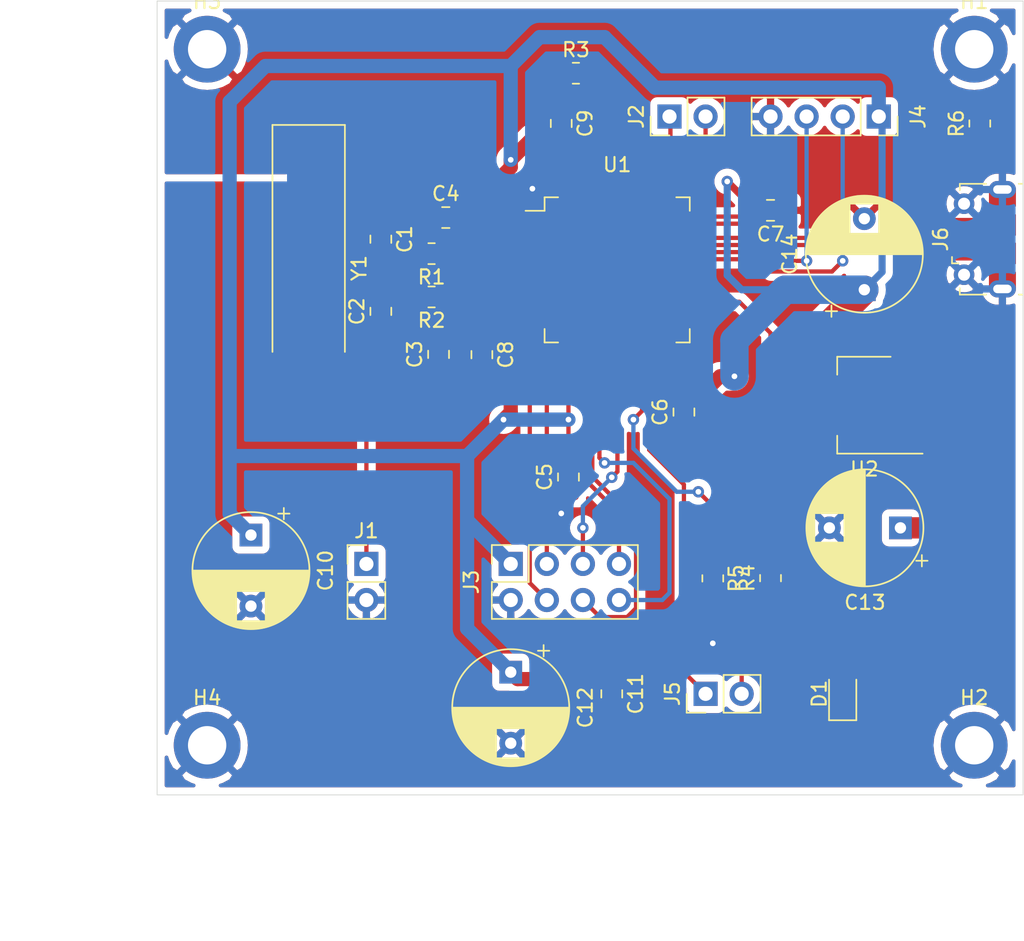
<source format=kicad_pcb>
(kicad_pcb (version 20171130) (host pcbnew 5.1.9-73d0e3b20d~88~ubuntu18.04.1)
  (layers (0 F.Cu signal hide) (31 B.Cu signal) (34 B.Paste user) (35 F.Paste user) (36 B.SilkS user) (37 F.SilkS user) (38 B.Mask user) (39 F.Mask user) (44 Edge.Cuts user))
  (net 0 "")
  (net 1 GND)
  (net 2 "Net-(C1-Pad2)")
  (net 3 "Net-(C2-Pad2)")
  (net 4 "Net-(C3-Pad2)")
  (net 5 +3V3)
  (net 6 +5V)
  (net 7 "Net-(D1-Pad2)")
  (net 8 BOOT1)
  (net 9 SWCLK)
  (net 10 SWDIO)
  (net 11 nrf24_CSN)
  (net 12 SPI1_MOSI)
  (net 13 nrf24_IRQ)
  (net 14 SPI1_MISO)
  (net 15 SPI1_SCK)
  (net 16 nrf24_CE)
  (net 17 USART1_TX)
  (net 18 USART1_RX)
  (net 19 USB_DM)
  (net 20 USB_DP)
  (net 21 "Net-(R4-Pad2)")
  (net 22 "Net-(J6-Pad4)")
  (net 23 "Net-(R1-Pad1)")
  (net 24 "Net-(R2-Pad1)")
  (net 25 "Net-(R3-Pad2)")
  (net 26 USART3_TX)
  (net 27 USART3_RX)
  (module Capacitor_SMD:C_0805_2012Metric_Pad1.18x1.45mm_HandSolder (layer F.Cu) (at 173.228 87.376 270)
    (fp_text reference C1 (at 0 -1.68 90) (layer F.SilkS))
    (fp_text value 20p)
    (pad 1 smd roundrect (at -1.0375 0 270) (size 1.175 1.45) (layers F.Cu F.Paste F.Mask) (roundrect_rratio 0.212766) (net 1 GND))
    (pad 2 smd roundrect (at 1.0375 0 270) (size 1.175 1.45) (layers F.Cu F.Paste F.Mask) (roundrect_rratio 0.212766) (net 2 "Net-(C1-Pad2)"))
  )
  (module Capacitor_SMD:C_0805_2012Metric_Pad1.18x1.45mm_HandSolder (layer F.Cu) (at 173.228 92.456 90)
    (fp_text reference C2 (at 0 -1.68 90) (layer F.SilkS))
    (fp_text value 20p)
    (pad 2 smd roundrect (at 1.0375 0 90) (size 1.175 1.45) (layers F.Cu F.Paste F.Mask) (roundrect_rratio 0.212766) (net 3 "Net-(C2-Pad2)"))
    (pad 1 smd roundrect (at -1.0375 0 90) (size 1.175 1.45) (layers F.Cu F.Paste F.Mask) (roundrect_rratio 0.212766) (net 1 GND))
  )
  (module Capacitor_SMD:C_0805_2012Metric_Pad1.18x1.45mm_HandSolder (layer F.Cu) (at 177.292 95.4825 90)
    (fp_text reference C3 (at 0 -1.68 90) (layer F.SilkS))
    (fp_text value 100n)
    (pad 1 smd roundrect (at -1.0375 0 90) (size 1.175 1.45) (layers F.Cu F.Paste F.Mask) (roundrect_rratio 0.212766) (net 1 GND))
    (pad 2 smd roundrect (at 1.0375 0 90) (size 1.175 1.45) (layers F.Cu F.Paste F.Mask) (roundrect_rratio 0.212766) (net 4 "Net-(C3-Pad2)"))
  )
  (module Capacitor_SMD:C_0805_2012Metric_Pad1.18x1.45mm_HandSolder (layer F.Cu) (at 177.8 85.852)
    (fp_text reference C4 (at 0 -1.68) (layer F.SilkS))
    (fp_text value 100n)
    (pad 1 smd roundrect (at -1.0375 0) (size 1.175 1.45) (layers F.Cu F.Paste F.Mask) (roundrect_rratio 0.212766) (net 1 GND))
    (pad 2 smd roundrect (at 1.0375 0) (size 1.175 1.45) (layers F.Cu F.Paste F.Mask) (roundrect_rratio 0.212766) (net 5 +3V3))
  )
  (module Capacitor_SMD:C_0805_2012Metric_Pad1.18x1.45mm_HandSolder (layer F.Cu) (at 186.436 104.1185 90)
    (fp_text reference C5 (at 0 -1.68 90) (layer F.SilkS))
    (fp_text value 100n)
    (pad 1 smd roundrect (at -1.0375 0 90) (size 1.175 1.45) (layers F.Cu F.Paste F.Mask) (roundrect_rratio 0.212766) (net 1 GND))
    (pad 2 smd roundrect (at 1.0375 0 90) (size 1.175 1.45) (layers F.Cu F.Paste F.Mask) (roundrect_rratio 0.212766) (net 5 +3V3))
  )
  (module Capacitor_SMD:C_0805_2012Metric_Pad1.18x1.45mm_HandSolder (layer F.Cu) (at 194.564 99.5465 90)
    (fp_text reference C6 (at 0 -1.68 90) (layer F.SilkS))
    (fp_text value 100n)
    (pad 1 smd roundrect (at -1.0375 0 90) (size 1.175 1.45) (layers F.Cu F.Paste F.Mask) (roundrect_rratio 0.212766) (net 1 GND))
    (pad 2 smd roundrect (at 1.0375 0 90) (size 1.175 1.45) (layers F.Cu F.Paste F.Mask) (roundrect_rratio 0.212766) (net 5 +3V3))
  )
  (module Capacitor_SMD:C_0805_2012Metric_Pad1.18x1.45mm_HandSolder (layer F.Cu) (at 200.66 85.344 180)
    (fp_text reference C7 (at 0 -1.68) (layer F.SilkS))
    (fp_text value 100n)
    (pad 2 smd roundrect (at 1.0375 0 180) (size 1.175 1.45) (layers F.Cu F.Paste F.Mask) (roundrect_rratio 0.212766) (net 5 +3V3))
    (pad 1 smd roundrect (at -1.0375 0 180) (size 1.175 1.45) (layers F.Cu F.Paste F.Mask) (roundrect_rratio 0.212766) (net 1 GND))
  )
  (module Capacitor_SMD:C_0805_2012Metric_Pad1.18x1.45mm_HandSolder (layer F.Cu) (at 180.34 95.504 270)
    (fp_text reference C8 (at 0 -1.68 90) (layer F.SilkS))
    (fp_text value 10n)
    (pad 2 smd roundrect (at 1.0375 0 270) (size 1.175 1.45) (layers F.Cu F.Paste F.Mask) (roundrect_rratio 0.212766) (net 1 GND))
    (pad 1 smd roundrect (at -1.0375 0 270) (size 1.175 1.45) (layers F.Cu F.Paste F.Mask) (roundrect_rratio 0.212766) (net 5 +3V3))
  )
  (module Capacitor_SMD:C_0805_2012Metric_Pad1.18x1.45mm_HandSolder (layer F.Cu) (at 185.928 79.2265 270)
    (fp_text reference C9 (at 0 -1.68 90) (layer F.SilkS))
    (fp_text value 100n)
    (pad 2 smd roundrect (at 1.0375 0 270) (size 1.175 1.45) (layers F.Cu F.Paste F.Mask) (roundrect_rratio 0.212766) (net 5 +3V3))
    (pad 1 smd roundrect (at -1.0375 0 270) (size 1.175 1.45) (layers F.Cu F.Paste F.Mask) (roundrect_rratio 0.212766) (net 1 GND))
  )
  (module Capacitor_THT:CP_Radial_D8.0mm_P5.00mm (layer F.Cu) (at 164.084 108.204 270)
    (fp_text reference C10 (at 2.5 -5.25 90) (layer F.SilkS))
    (fp_text value 1u)
    (pad 2 thru_hole circle (at 5 0 270) (size 1.6 1.6) (drill 0.8) (layers *.Cu *.Mask) (net 1 GND))
    (pad 1 thru_hole rect (at 0 0 270) (size 1.6 1.6) (drill 0.8) (layers *.Cu *.Mask) (net 5 +3V3))
  )
  (module Capacitor_THT:CP_Radial_D8.0mm_P5.00mm (layer F.Cu) (at 209.804 107.696 180)
    (fp_text reference C13 (at 2.5 -5.25) (layer F.SilkS))
    (fp_text value 10u)
    (pad 2 thru_hole circle (at 5 0 180) (size 1.6 1.6) (drill 0.8) (layers *.Cu *.Mask) (net 1 GND))
    (pad 1 thru_hole rect (at 0 0 180) (size 1.6 1.6) (drill 0.8) (layers *.Cu *.Mask) (net 6 +5V))
  )
  (module Capacitor_THT:CP_Radial_D8.0mm_P5.00mm (layer F.Cu) (at 207.264 90.932 90)
    (fp_text reference C14 (at 2.5 -5.25 90) (layer F.SilkS))
    (fp_text value 100u)
    (pad 1 thru_hole rect (at 0 0 90) (size 1.6 1.6) (drill 0.8) (layers *.Cu *.Mask) (net 5 +3V3))
    (pad 2 thru_hole circle (at 5 0 90) (size 1.6 1.6) (drill 0.8) (layers *.Cu *.Mask) (net 1 GND))
  )
  (module LED_SMD:LED_0805_2012Metric_Pad1.15x1.40mm_HandSolder (layer F.Cu) (at 205.74 119.38 90)
    (fp_text reference D1 (at 0 -1.65 90) (layer F.SilkS))
    (fp_text value LED)
    (pad 1 smd roundrect (at -1.025 0 90) (size 1.15 1.4) (layers F.Cu F.Paste F.Mask) (roundrect_rratio 0.217391) (net 1 GND))
    (pad 2 smd roundrect (at 1.025 0 90) (size 1.15 1.4) (layers F.Cu F.Paste F.Mask) (roundrect_rratio 0.217391) (net 7 "Net-(D1-Pad2)"))
  )
  (module Connector_PinHeader_2.54mm:PinHeader_1x02_P2.54mm_Vertical (layer F.Cu) (at 172.212 110.236)
    (fp_text reference J1 (at 0 -2.33) (layer F.SilkS))
    (fp_text value Conn_01x02_Male)
    (pad 2 thru_hole oval (at 0 2.54) (size 1.7 1.7) (drill 1) (layers *.Cu *.Mask) (net 1 GND))
    (pad 1 thru_hole rect (at 0 0) (size 1.7 1.7) (drill 1) (layers *.Cu *.Mask) (net 4 "Net-(C3-Pad2)"))
  )
  (module Connector_PinHeader_2.54mm:PinHeader_1x02_P2.54mm_Vertical (layer F.Cu) (at 193.548 78.74 90)
    (fp_text reference J2 (at 0 -2.33 90) (layer F.SilkS))
    (fp_text value Conn_01x02_Male)
    (pad 1 thru_hole rect (at 0 0 90) (size 1.7 1.7) (drill 1) (layers *.Cu *.Mask) (net 9 SWCLK))
    (pad 2 thru_hole oval (at 0 2.54 90) (size 1.7 1.7) (drill 1) (layers *.Cu *.Mask) (net 10 SWDIO))
  )
  (module Connector_PinSocket_2.54mm:PinSocket_2x04_P2.54mm_Vertical (layer F.Cu) (at 182.372 110.236 90)
    (fp_text reference J3 (at -1.27 -2.77 90) (layer F.SilkS))
    (fp_text value Conn_02x04_Odd_Even)
    (pad 1 thru_hole rect (at 0 0 90) (size 1.7 1.7) (drill 1) (layers *.Cu *.Mask) (net 5 +3V3))
    (pad 2 thru_hole oval (at -2.54 0 90) (size 1.7 1.7) (drill 1) (layers *.Cu *.Mask) (net 1 GND))
    (pad 3 thru_hole oval (at 0 2.54 90) (size 1.7 1.7) (drill 1) (layers *.Cu *.Mask) (net 11 nrf24_CSN))
    (pad 4 thru_hole oval (at -2.54 2.54 90) (size 1.7 1.7) (drill 1) (layers *.Cu *.Mask) (net 16 nrf24_CE))
    (pad 5 thru_hole oval (at 0 5.08 90) (size 1.7 1.7) (drill 1) (layers *.Cu *.Mask) (net 12 SPI1_MOSI))
    (pad 6 thru_hole oval (at -2.54 5.08 90) (size 1.7 1.7) (drill 1) (layers *.Cu *.Mask) (net 15 SPI1_SCK))
    (pad 7 thru_hole oval (at 0 7.62 90) (size 1.7 1.7) (drill 1) (layers *.Cu *.Mask) (net 13 nrf24_IRQ))
    (pad 8 thru_hole oval (at -2.54 7.62 90) (size 1.7 1.7) (drill 1) (layers *.Cu *.Mask) (net 14 SPI1_MISO))
  )
  (module Connector_PinSocket_2.54mm:PinSocket_1x04_P2.54mm_Vertical (layer F.Cu) (at 208.28 78.74 270)
    (fp_text reference J4 (at 0 -2.77 90) (layer F.SilkS))
    (fp_text value Conn_01x04)
    (pad 1 thru_hole rect (at 0 0 270) (size 1.7 1.7) (drill 1) (layers *.Cu *.Mask) (net 5 +3V3))
    (pad 2 thru_hole oval (at 0 2.54 270) (size 1.7 1.7) (drill 1) (layers *.Cu *.Mask) (net 17 USART1_TX))
    (pad 3 thru_hole oval (at 0 5.08 270) (size 1.7 1.7) (drill 1) (layers *.Cu *.Mask) (net 18 USART1_RX))
    (pad 4 thru_hole oval (at 0 7.62 270) (size 1.7 1.7) (drill 1) (layers *.Cu *.Mask) (net 1 GND))
  )
  (module Connector_PinHeader_2.54mm:PinHeader_1x02_P2.54mm_Vertical (layer F.Cu) (at 196.088 119.38 90)
    (fp_text reference J5 (at 0 -2.33 90) (layer F.SilkS))
    (fp_text value Conn_01x02_Male)
    (pad 1 thru_hole rect (at 0 0 90) (size 1.7 1.7) (drill 1) (layers *.Cu *.Mask) (net 26 USART3_TX))
    (pad 2 thru_hole oval (at 0 2.54 90) (size 1.7 1.7) (drill 1) (layers *.Cu *.Mask) (net 27 USART3_RX))
  )
  (module Connector_USB:USB_Micro-B_Molex-105017-0001 (layer F.Cu) (at 215.7476 87.376 90)
    (fp_text reference J6 (at 0 -3.1125 90) (layer F.SilkS))
    (fp_text value USB_B_Micro)
    (pad 6 smd rect (at 1 1.2375 90) (size 1.5 1.9) (layers F.Cu F.Paste F.Mask) (net 1 GND))
    (pad 6 thru_hole circle (at -2.5 -1.4625 90) (size 1.45 1.45) (drill 0.85) (layers *.Cu *.Mask) (net 1 GND))
    (pad 2 smd rect (at -0.65 -1.4625 90) (size 0.4 1.35) (layers F.Cu F.Paste F.Mask) (net 19 USB_DM))
    (pad 1 smd rect (at -1.3 -1.4625 90) (size 0.4 1.35) (layers F.Cu F.Paste F.Mask) (net 6 +5V))
    (pad 5 smd rect (at 1.3 -1.4625 90) (size 0.4 1.35) (layers F.Cu F.Paste F.Mask) (net 1 GND))
    (pad 4 smd rect (at 0.65 -1.4625 90) (size 0.4 1.35) (layers F.Cu F.Paste F.Mask) (net 22 "Net-(J6-Pad4)"))
    (pad 3 smd rect (at 0 -1.4625 90) (size 0.4 1.35) (layers F.Cu F.Paste F.Mask) (net 20 USB_DP))
    (pad 6 thru_hole circle (at 2.5 -1.4625 90) (size 1.45 1.45) (drill 0.85) (layers *.Cu *.Mask) (net 1 GND))
    (pad 6 smd rect (at -1 1.2375 90) (size 1.5 1.9) (layers F.Cu F.Paste F.Mask) (net 1 GND))
    (pad 6 thru_hole oval (at -3.5 1.2375 270) (size 1.2 1.9) (drill oval 0.6 1.3) (layers *.Cu *.Mask) (net 1 GND))
    (pad 6 thru_hole oval (at 3.5 1.2375 90) (size 1.2 1.9) (drill oval 0.6 1.3) (layers *.Cu *.Mask) (net 1 GND))
    (pad 6 smd rect (at 2.9 1.2375 90) (size 1.2 1.9) (layers F.Cu F.Mask) (net 1 GND))
    (pad 6 smd rect (at -2.9 1.2375 90) (size 1.2 1.9) (layers F.Cu F.Mask) (net 1 GND))
  )
  (module Resistor_SMD:R_0805_2012Metric_Pad1.20x1.40mm_HandSolder (layer F.Cu) (at 176.8 88.392 180)
    (fp_text reference R1 (at 0 -1.65) (layer F.SilkS))
    (fp_text value 0)
    (pad 1 smd roundrect (at -1 0 180) (size 1.2 1.4) (layers F.Cu F.Paste F.Mask) (roundrect_rratio 0.208333) (net 23 "Net-(R1-Pad1)"))
    (pad 2 smd roundrect (at 1 0 180) (size 1.2 1.4) (layers F.Cu F.Paste F.Mask) (roundrect_rratio 0.208333) (net 2 "Net-(C1-Pad2)"))
  )
  (module Resistor_SMD:R_0805_2012Metric_Pad1.20x1.40mm_HandSolder (layer F.Cu) (at 176.8 91.44 180)
    (fp_text reference R2 (at 0 -1.65) (layer F.SilkS))
    (fp_text value 220)
    (pad 2 smd roundrect (at 1 0 180) (size 1.2 1.4) (layers F.Cu F.Paste F.Mask) (roundrect_rratio 0.208333) (net 3 "Net-(C2-Pad2)"))
    (pad 1 smd roundrect (at -1 0 180) (size 1.2 1.4) (layers F.Cu F.Paste F.Mask) (roundrect_rratio 0.208333) (net 24 "Net-(R2-Pad1)"))
  )
  (module Resistor_SMD:R_0805_2012Metric_Pad1.20x1.40mm_HandSolder (layer F.Cu) (at 186.96 75.692)
    (fp_text reference R3 (at 0 -1.65) (layer F.SilkS))
    (fp_text value 470)
    (pad 1 smd roundrect (at -1 0) (size 1.2 1.4) (layers F.Cu F.Paste F.Mask) (roundrect_rratio 0.208333) (net 1 GND))
    (pad 2 smd roundrect (at 1 0) (size 1.2 1.4) (layers F.Cu F.Paste F.Mask) (roundrect_rratio 0.208333) (net 25 "Net-(R3-Pad2)"))
  )
  (module Resistor_SMD:R_0805_2012Metric_Pad1.20x1.40mm_HandSolder (layer F.Cu) (at 200.66 111.236 90)
    (fp_text reference R4 (at 0 -1.65 90) (layer F.SilkS))
    (fp_text value 4.75)
    (pad 2 smd roundrect (at 1 0 90) (size 1.2 1.4) (layers F.Cu F.Paste F.Mask) (roundrect_rratio 0.208333) (net 21 "Net-(R4-Pad2)"))
    (pad 1 smd roundrect (at -1 0 90) (size 1.2 1.4) (layers F.Cu F.Paste F.Mask) (roundrect_rratio 0.208333) (net 7 "Net-(D1-Pad2)"))
  )
  (module Resistor_SMD:R_0805_2012Metric_Pad1.20x1.40mm_HandSolder (layer F.Cu) (at 196.596 111.252 270)
    (fp_text reference R5 (at 0 -1.65 90) (layer F.SilkS))
    (fp_text value 470)
    (pad 2 smd roundrect (at 1 0 270) (size 1.2 1.4) (layers F.Cu F.Paste F.Mask) (roundrect_rratio 0.208333) (net 1 GND))
    (pad 1 smd roundrect (at -1 0 270) (size 1.2 1.4) (layers F.Cu F.Paste F.Mask) (roundrect_rratio 0.208333) (net 8 BOOT1))
  )
  (module Resistor_SMD:R_0805_2012Metric_Pad1.20x1.40mm_HandSolder (layer F.Cu) (at 215.392 79.232 90)
    (fp_text reference R6 (at 0 -1.65 90) (layer F.SilkS))
    (fp_text value N/A)
    (pad 1 smd roundrect (at -1 0 90) (size 1.2 1.4) (layers F.Cu F.Paste F.Mask) (roundrect_rratio 0.208333) (net 22 "Net-(J6-Pad4)"))
    (pad 2 smd roundrect (at 1 0 90) (size 1.2 1.4) (layers F.Cu F.Paste F.Mask) (roundrect_rratio 0.208333) (net 1 GND))
  )
  (module Package_QFP:LQFP-64_10x10mm_P0.5mm (layer F.Cu) (at 189.865 89.535)
    (fp_text reference U1 (at 0 -7.4) (layer F.SilkS))
    (fp_text value STM32F103RBTx)
    (pad 1 smd roundrect (at -5.675 -3.75) (size 1.55 0.3) (layers F.Cu F.Paste F.Mask) (net 5 +3V3))
    (pad 2 smd roundrect (at -5.675 -3.25) (size 1.55 0.3) (layers F.Cu F.Paste F.Mask))
    (pad 3 smd roundrect (at -5.675 -2.75) (size 1.55 0.3) (layers F.Cu F.Paste F.Mask))
    (pad 4 smd roundrect (at -5.675 -2.25) (size 1.55 0.3) (layers F.Cu F.Paste F.Mask))
    (pad 5 smd roundrect (at -5.675 -1.75) (size 1.55 0.3) (layers F.Cu F.Paste F.Mask) (net 23 "Net-(R1-Pad1)"))
    (pad 6 smd roundrect (at -5.675 -1.25) (size 1.55 0.3) (layers F.Cu F.Paste F.Mask) (net 24 "Net-(R2-Pad1)"))
    (pad 7 smd roundrect (at -5.675 -0.75) (size 1.55 0.3) (layers F.Cu F.Paste F.Mask) (net 4 "Net-(C3-Pad2)"))
    (pad 8 smd roundrect (at -5.675 -0.25) (size 1.55 0.3) (layers F.Cu F.Paste F.Mask))
    (pad 9 smd roundrect (at -5.675 0.25) (size 1.55 0.3) (layers F.Cu F.Paste F.Mask))
    (pad 10 smd roundrect (at -5.675 0.75) (size 1.55 0.3) (layers F.Cu F.Paste F.Mask))
    (pad 11 smd roundrect (at -5.675 1.25) (size 1.55 0.3) (layers F.Cu F.Paste F.Mask))
    (pad 12 smd roundrect (at -5.675 1.75) (size 1.55 0.3) (layers F.Cu F.Paste F.Mask) (net 1 GND))
    (pad 13 smd roundrect (at -5.675 2.25) (size 1.55 0.3) (layers F.Cu F.Paste F.Mask) (net 5 +3V3))
    (pad 14 smd roundrect (at -5.675 2.75) (size 1.55 0.3) (layers F.Cu F.Paste F.Mask))
    (pad 15 smd roundrect (at -5.675 3.25) (size 1.55 0.3) (layers F.Cu F.Paste F.Mask))
    (pad 16 smd roundrect (at -5.675 3.75) (size 1.55 0.3) (layers F.Cu F.Paste F.Mask) (net 16 nrf24_CE))
    (pad 17 smd roundrect (at -3.75 5.675) (size 0.3 1.55) (layers F.Cu F.Paste F.Mask) (net 11 nrf24_CSN))
    (pad 18 smd roundrect (at -3.25 5.675) (size 0.3 1.55) (layers F.Cu F.Paste F.Mask) (net 1 GND))
    (pad 19 smd roundrect (at -2.75 5.675) (size 0.3 1.55) (layers F.Cu F.Paste F.Mask) (net 5 +3V3))
    (pad 20 smd roundrect (at -2.25 5.675) (size 0.3 1.55) (layers F.Cu F.Paste F.Mask) (net 13 nrf24_IRQ))
    (pad 21 smd roundrect (at -1.75 5.675) (size 0.3 1.55) (layers F.Cu F.Paste F.Mask) (net 15 SPI1_SCK))
    (pad 22 smd roundrect (at -1.25 5.675) (size 0.3 1.55) (layers F.Cu F.Paste F.Mask) (net 14 SPI1_MISO))
    (pad 23 smd roundrect (at -0.75 5.675) (size 0.3 1.55) (layers F.Cu F.Paste F.Mask) (net 12 SPI1_MOSI))
    (pad 24 smd roundrect (at -0.25 5.675) (size 0.3 1.55) (layers F.Cu F.Paste F.Mask))
    (pad 25 smd roundrect (at 0.25 5.675) (size 0.3 1.55) (layers F.Cu F.Paste F.Mask))
    (pad 26 smd roundrect (at 0.75 5.675) (size 0.3 1.55) (layers F.Cu F.Paste F.Mask))
    (pad 27 smd roundrect (at 1.25 5.675) (size 0.3 1.55) (layers F.Cu F.Paste F.Mask))
    (pad 28 smd roundrect (at 1.75 5.675) (size 0.3 1.55) (layers F.Cu F.Paste F.Mask) (net 8 BOOT1))
    (pad 29 smd roundrect (at 2.25 5.675) (size 0.3 1.55) (layers F.Cu F.Paste F.Mask) (net 26 USART3_TX))
    (pad 30 smd roundrect (at 2.75 5.675) (size 0.3 1.55) (layers F.Cu F.Paste F.Mask) (net 27 USART3_RX))
    (pad 31 smd roundrect (at 3.25 5.675) (size 0.3 1.55) (layers F.Cu F.Paste F.Mask) (net 1 GND))
    (pad 32 smd roundrect (at 3.75 5.675) (size 0.3 1.55) (layers F.Cu F.Paste F.Mask) (net 5 +3V3))
    (pad 33 smd roundrect (at 5.675 3.75) (size 1.55 0.3) (layers F.Cu F.Paste F.Mask))
    (pad 34 smd roundrect (at 5.675 3.25) (size 1.55 0.3) (layers F.Cu F.Paste F.Mask))
    (pad 35 smd roundrect (at 5.675 2.75) (size 1.55 0.3) (layers F.Cu F.Paste F.Mask))
    (pad 36 smd roundrect (at 5.675 2.25) (size 1.55 0.3) (layers F.Cu F.Paste F.Mask) (net 21 "Net-(R4-Pad2)"))
    (pad 37 smd roundrect (at 5.675 1.75) (size 1.55 0.3) (layers F.Cu F.Paste F.Mask))
    (pad 38 smd roundrect (at 5.675 1.25) (size 1.55 0.3) (layers F.Cu F.Paste F.Mask))
    (pad 39 smd roundrect (at 5.675 0.75) (size 1.55 0.3) (layers F.Cu F.Paste F.Mask))
    (pad 40 smd roundrect (at 5.675 0.25) (size 1.55 0.3) (layers F.Cu F.Paste F.Mask))
    (pad 41 smd roundrect (at 5.675 -0.25) (size 1.55 0.3) (layers F.Cu F.Paste F.Mask))
    (pad 42 smd roundrect (at 5.675 -0.75) (size 1.55 0.3) (layers F.Cu F.Paste F.Mask) (net 17 USART1_TX))
    (pad 43 smd roundrect (at 5.675 -1.25) (size 1.55 0.3) (layers F.Cu F.Paste F.Mask) (net 18 USART1_RX))
    (pad 44 smd roundrect (at 5.675 -1.75) (size 1.55 0.3) (layers F.Cu F.Paste F.Mask) (net 19 USB_DM))
    (pad 45 smd roundrect (at 5.675 -2.25) (size 1.55 0.3) (layers F.Cu F.Paste F.Mask) (net 20 USB_DP))
    (pad 46 smd roundrect (at 5.675 -2.75) (size 1.55 0.3) (layers F.Cu F.Paste F.Mask) (net 10 SWDIO))
    (pad 47 smd roundrect (at 5.675 -3.25) (size 1.55 0.3) (layers F.Cu F.Paste F.Mask) (net 1 GND))
    (pad 48 smd roundrect (at 5.675 -3.75) (size 1.55 0.3) (layers F.Cu F.Paste F.Mask) (net 5 +3V3))
    (pad 49 smd roundrect (at 3.75 -5.675) (size 0.3 1.55) (layers F.Cu F.Paste F.Mask) (net 9 SWCLK))
    (pad 50 smd roundrect (at 3.25 -5.675) (size 0.3 1.55) (layers F.Cu F.Paste F.Mask))
    (pad 51 smd roundrect (at 2.75 -5.675) (size 0.3 1.55) (layers F.Cu F.Paste F.Mask))
    (pad 52 smd roundrect (at 2.25 -5.675) (size 0.3 1.55) (layers F.Cu F.Paste F.Mask))
    (pad 53 smd roundrect (at 1.75 -5.675) (size 0.3 1.55) (layers F.Cu F.Paste F.Mask))
    (pad 54 smd roundrect (at 1.25 -5.675) (size 0.3 1.55) (layers F.Cu F.Paste F.Mask))
    (pad 55 smd roundrect (at 0.75 -5.675) (size 0.3 1.55) (layers F.Cu F.Paste F.Mask))
    (pad 56 smd roundrect (at 0.25 -5.675) (size 0.3 1.55) (layers F.Cu F.Paste F.Mask))
    (pad 57 smd roundrect (at -0.25 -5.675) (size 0.3 1.55) (layers F.Cu F.Paste F.Mask))
    (pad 58 smd roundrect (at -0.75 -5.675) (size 0.3 1.55) (layers F.Cu F.Paste F.Mask))
    (pad 59 smd roundrect (at -1.25 -5.675) (size 0.3 1.55) (layers F.Cu F.Paste F.Mask))
    (pad 60 smd roundrect (at -1.75 -5.675) (size 0.3 1.55) (layers F.Cu F.Paste F.Mask) (net 25 "Net-(R3-Pad2)"))
    (pad 61 smd roundrect (at -2.25 -5.675) (size 0.3 1.55) (layers F.Cu F.Paste F.Mask))
    (pad 62 smd roundrect (at -2.75 -5.675) (size 0.3 1.55) (layers F.Cu F.Paste F.Mask))
    (pad 63 smd roundrect (at -3.25 -5.675) (size 0.3 1.55) (layers F.Cu F.Paste F.Mask) (net 1 GND))
    (pad 64 smd roundrect (at -3.75 -5.675) (size 0.3 1.55) (layers F.Cu F.Paste F.Mask) (net 5 +3V3))
  )
  (module Package_TO_SOT_SMD:SOT-223-3_TabPin2 (layer F.Cu) (at 207.264 99.06 180)
    (fp_text reference U2 (at 0 -4.5) (layer F.SilkS))
    (fp_text value LD1117S33TR_SOT223)
    (pad 2 smd rect (at 3.15 0 180) (size 2 3.8) (layers F.Cu F.Paste F.Mask) (net 5 +3V3))
    (pad 2 smd rect (at -3.15 0 180) (size 2 1.5) (layers F.Cu F.Paste F.Mask) (net 5 +3V3))
    (pad 3 smd rect (at -3.15 2.3 180) (size 2 1.5) (layers F.Cu F.Paste F.Mask) (net 6 +5V))
    (pad 1 smd rect (at -3.15 -2.3 180) (size 2 1.5) (layers F.Cu F.Paste F.Mask) (net 1 GND))
  )
  (module Crystal:Crystal_SMD_HC49-SD_HandSoldering (layer F.Cu) (at 168.148 89.408 270)
    (fp_text reference Y1 (at 0 -3.55 90) (layer F.SilkS))
    (fp_text value Crystal)
    (pad 1 smd rect (at -5.9375 0 270) (size 7.875 2) (layers F.Cu F.Paste F.Mask) (net 2 "Net-(C1-Pad2)"))
    (pad 2 smd rect (at 5.9375 0 270) (size 7.875 2) (layers F.Cu F.Paste F.Mask) (net 3 "Net-(C2-Pad2)"))
  )
  (module Capacitor_SMD:C_0805_2012Metric_Pad1.18x1.45mm_HandSolder (layer F.Cu) (at 189.484 119.38 270)
    (fp_text reference C11 (at 0 -1.68 90) (layer F.SilkS))
    (fp_text value 100n)
    (pad 1 smd roundrect (at -1.0375 0 270) (size 1.175 1.45) (layers F.Cu F.Paste F.Mask) (roundrect_rratio 0.212766) (net 5 +3V3))
    (pad 2 smd roundrect (at 1.0375 0 270) (size 1.175 1.45) (layers F.Cu F.Paste F.Mask) (roundrect_rratio 0.212766) (net 1 GND))
  )
  (module Capacitor_THT:CP_Radial_D8.0mm_P5.00mm (layer F.Cu) (at 182.372 117.856 270)
    (fp_text reference C12 (at 2.5 -5.25 90) (layer F.SilkS))
    (fp_text value 100u)
    (pad 1 thru_hole rect (at 0 0 270) (size 1.6 1.6) (drill 0.8) (layers *.Cu *.Mask) (net 5 +3V3))
    (pad 2 thru_hole circle (at 5 0 270) (size 1.6 1.6) (drill 0.8) (layers *.Cu *.Mask) (net 1 GND))
  )
  (module MountingHole:MountingHole_2.7mm_M2.5_DIN965_Pad (layer F.Cu) (at 215 74)
    (fp_text reference H1 (at 0 -3.35) (layer F.SilkS))
    (fp_text value MountingHole_Pad)
    (pad 1 thru_hole circle (at 0 0) (size 4.7 4.7) (drill 2.7) (layers *.Cu *.Mask) (net 1 GND))
  )
  (module MountingHole:MountingHole_2.7mm_M2.5_DIN965_Pad (layer F.Cu) (at 215 123)
    (fp_text reference H2 (at 0 -3.35) (layer F.SilkS))
    (fp_text value MountingHole_Pad)
    (pad 1 thru_hole circle (at 0 0) (size 4.7 4.7) (drill 2.7) (layers *.Cu *.Mask) (net 1 GND))
  )
  (module MountingHole:MountingHole_2.7mm_M2.5_DIN965_Pad (layer F.Cu) (at 161 74)
    (fp_text reference H3 (at 0 -3.35) (layer F.SilkS))
    (fp_text value MountingHole_Pad)
    (pad 1 thru_hole circle (at 0 0) (size 4.7 4.7) (drill 2.7) (layers *.Cu *.Mask) (net 1 GND))
  )
  (module MountingHole:MountingHole_2.7mm_M2.5_DIN965_Pad (layer F.Cu) (at 161 123)
    (fp_text reference H4 (at 0 -3.35) (layer F.SilkS))
    (fp_text value MountingHole_Pad)
    (pad 1 thru_hole circle (at 0 0) (size 4.7 4.7) (drill 2.7) (layers *.Cu *.Mask) (net 1 GND))
  )
  (gr_line (start 218.44 70.612) (end 157.48 70.612) (layer Edge.Cuts) (width 0.05))
  (gr_line (start 218.44 126.492) (end 218.44 70.612) (layer Edge.Cuts) (width 0.05))
  (gr_line (start 157.48 126.492) (end 218.44 126.492) (layer Edge.Cuts) (width 0.05))
  (gr_line (start 157.48 70.612) (end 157.48 126.492) (layer Edge.Cuts) (width 0.05))
  (via (at 196.596 115.824) (size 0.8) (drill 0.4) (layers F.Cu B.Cu) (net 1))
  (via (at 185.928 106.68) (size 0.8) (drill 0.4) (layers F.Cu B.Cu) (net 1))
  (segment (start 186.615 95.21) (end 186.615 93.143) (width 0.3) (layer F.Cu) (net 1))
  (segment (start 184.19 91.285) (end 186.281 91.285) (width 0.3) (layer F.Cu) (net 1))
  (segment (start 200.62249 86.41901) (end 201.6975 85.344) (width 0.3) (layer F.Cu) (net 1))
  (segment (start 199.036464 86.41901) (end 200.62249 86.41901) (width 0.3) (layer F.Cu) (net 1))
  (segment (start 198.902454 86.285) (end 199.036464 86.41901) (width 0.3) (layer F.Cu) (net 1))
  (segment (start 195.54 86.285) (end 198.902454 86.285) (width 0.3) (layer F.Cu) (net 1))
  (segment (start 186.615 83.86) (end 186.615 85.165) (width 0.3) (layer F.Cu) (net 1))
  (segment (start 193.115 95.21) (end 193.115 93.547) (width 0.3) (layer F.Cu) (net 1))
  (via (at 183.896 83.82) (size 0.8) (drill 0.4) (layers F.Cu B.Cu) (net 1))
  (segment (start 173.2495 88.392) (end 173.228 88.4135) (width 0.3) (layer F.Cu) (net 2))
  (segment (start 175.8 88.392) (end 173.2495 88.392) (width 0.3) (layer F.Cu) (net 2))
  (segment (start 173.091 88.4135) (end 168.148 83.4705) (width 0.3) (layer F.Cu) (net 2))
  (segment (start 173.228 88.4135) (end 173.091 88.4135) (width 0.3) (layer F.Cu) (net 2))
  (segment (start 173.2495 91.44) (end 173.228 91.4185) (width 0.3) (layer F.Cu) (net 3))
  (segment (start 175.8 91.44) (end 173.2495 91.44) (width 0.3) (layer F.Cu) (net 3))
  (segment (start 172.075 91.4185) (end 168.148 95.3455) (width 0.3) (layer F.Cu) (net 3))
  (segment (start 173.228 91.4185) (end 172.075 91.4185) (width 0.3) (layer F.Cu) (net 3))
  (segment (start 182.952 88.785) (end 177.292 94.445) (width 0.3) (layer F.Cu) (net 4))
  (segment (start 184.19 88.785) (end 182.952 88.785) (width 0.3) (layer F.Cu) (net 4))
  (segment (start 177.292 94.445) (end 176.319 94.445) (width 0.3) (layer F.Cu) (net 4))
  (segment (start 172.212 98.552) (end 172.212 110.236) (width 0.3) (layer F.Cu) (net 4))
  (segment (start 176.319 94.445) (end 172.212 98.552) (width 0.3) (layer F.Cu) (net 4))
  (segment (start 199.1815 85.785) (end 199.6225 85.344) (width 0.3) (layer F.Cu) (net 5))
  (segment (start 195.54 85.785) (end 199.1815 85.785) (width 0.3) (layer F.Cu) (net 5))
  (segment (start 193.615 97.56) (end 194.564 98.509) (width 0.3) (layer F.Cu) (net 5))
  (segment (start 193.615 95.21) (end 193.615 97.56) (width 0.3) (layer F.Cu) (net 5))
  (segment (start 187.115 97.873) (end 186.436 98.552) (width 0.3) (layer F.Cu) (net 5))
  (segment (start 187.115 95.21) (end 187.115 97.873) (width 0.3) (layer F.Cu) (net 5))
  (segment (start 184.19 91.785) (end 181.519 91.785) (width 0.3) (layer F.Cu) (net 5))
  (segment (start 180.34 92.964) (end 180.34 94.4665) (width 0.3) (layer F.Cu) (net 5))
  (segment (start 181.519 91.785) (end 180.34 92.964) (width 0.3) (layer F.Cu) (net 5))
  (segment (start 178.9045 85.785) (end 178.8375 85.852) (width 0.3) (layer F.Cu) (net 5))
  (segment (start 184.19 85.785) (end 178.9045 85.785) (width 0.3) (layer F.Cu) (net 5))
  (segment (start 186.115 80.451) (end 185.928 80.264) (width 0.3) (layer F.Cu) (net 5))
  (segment (start 186.115 83.86) (end 186.115 80.451) (width 0.3) (layer F.Cu) (net 5))
  (segment (start 204.114 94.082) (end 207.264 90.932) (width 2) (layer F.Cu) (net 5))
  (segment (start 204.114 99.06) (end 204.114 94.082) (width 2) (layer F.Cu) (net 5))
  (segment (start 207.264 90.932) (end 201.676 90.932) (width 2) (layer B.Cu) (net 5))
  (segment (start 201.676 90.932) (end 198.12 94.488) (width 2) (layer B.Cu) (net 5))
  (segment (start 198.12 94.488) (end 198.12 97.028) (width 2) (layer B.Cu) (net 5))
  (via (at 198.12 97.028) (size 0.8) (drill 0.4) (layers F.Cu B.Cu) (net 5))
  (segment (start 198.12 97.028) (end 197.104 97.028) (width 1) (layer F.Cu) (net 5))
  (segment (start 195.623 98.509) (end 194.564 98.509) (width 1) (layer F.Cu) (net 5))
  (segment (start 197.104 97.028) (end 195.623 98.509) (width 1) (layer F.Cu) (net 5))
  (segment (start 201.676 90.932) (end 198.628 90.932) (width 0.5) (layer B.Cu) (net 5))
  (segment (start 198.628 90.932) (end 197.612 89.916) (width 0.5) (layer B.Cu) (net 5))
  (segment (start 197.612 89.916) (end 197.612 83.312) (width 0.5) (layer B.Cu) (net 5))
  (via (at 197.612 83.312) (size 0.8) (drill 0.4) (layers F.Cu B.Cu) (net 5))
  (segment (start 199.6225 85.3225) (end 197.612 83.312) (width 0.5) (layer F.Cu) (net 5))
  (segment (start 199.6225 85.344) (end 199.6225 85.3225) (width 0.5) (layer F.Cu) (net 5))
  (segment (start 208.514001 78.974001) (end 208.28 78.74) (width 0.5) (layer B.Cu) (net 5))
  (segment (start 208.514001 89.681999) (end 208.514001 78.974001) (width 0.5) (layer B.Cu) (net 5))
  (segment (start 207.264 90.932) (end 208.514001 89.681999) (width 0.5) (layer B.Cu) (net 5))
  (segment (start 208.28 78.74) (end 208.28 76.708) (width 1) (layer B.Cu) (net 5))
  (segment (start 208.28 76.708) (end 192.532 76.708) (width 1) (layer B.Cu) (net 5))
  (segment (start 192.532 76.708) (end 188.976 73.152) (width 1) (layer B.Cu) (net 5))
  (segment (start 188.976 73.152) (end 184.404 73.152) (width 1) (layer B.Cu) (net 5))
  (segment (start 184.404 73.152) (end 182.372 75.184) (width 1) (layer B.Cu) (net 5))
  (segment (start 182.372 75.184) (end 182.372 81.788) (width 1) (layer B.Cu) (net 5))
  (via (at 182.372 81.788) (size 0.8) (drill 0.4) (layers F.Cu B.Cu) (net 5))
  (segment (start 182.372 81.788) (end 183.896 80.264) (width 1) (layer F.Cu) (net 5))
  (segment (start 183.896 80.264) (end 185.928 80.264) (width 1) (layer F.Cu) (net 5))
  (segment (start 182.372 82.3175) (end 178.8375 85.852) (width 1) (layer F.Cu) (net 5))
  (segment (start 182.372 81.788) (end 182.372 82.3175) (width 1) (layer F.Cu) (net 5))
  (segment (start 182.372 75.184) (end 165.1 75.184) (width 1) (layer B.Cu) (net 5))
  (segment (start 162.583999 106.703999) (end 164.084 108.204) (width 1) (layer B.Cu) (net 5))
  (segment (start 165.1 75.184) (end 162.583999 77.700001) (width 1) (layer B.Cu) (net 5))
  (segment (start 162.583999 102.639999) (end 162.583999 106.703999) (width 1) (layer B.Cu) (net 5))
  (segment (start 162.583999 102.639999) (end 179.300001 102.639999) (width 1) (layer B.Cu) (net 5))
  (segment (start 162.583999 77.700001) (end 162.583999 102.639999) (width 1) (layer B.Cu) (net 5))
  (segment (start 179.300001 102.639999) (end 181.864 100.076) (width 1) (layer B.Cu) (net 5))
  (via (at 181.864 100.076) (size 0.8) (drill 0.4) (layers F.Cu B.Cu) (net 5))
  (segment (start 181.864 100.076) (end 182.372 99.568) (width 1) (layer F.Cu) (net 5))
  (segment (start 182.372 99.568) (end 182.372 95.504) (width 1) (layer F.Cu) (net 5))
  (segment (start 181.3345 94.4665) (end 180.34 94.4665) (width 1) (layer F.Cu) (net 5))
  (segment (start 182.372 95.504) (end 181.3345 94.4665) (width 1) (layer F.Cu) (net 5))
  (segment (start 181.864 100.076) (end 186.436 100.076) (width 1) (layer B.Cu) (net 5))
  (via (at 186.436 100.076) (size 0.8) (drill 0.4) (layers F.Cu B.Cu) (net 5))
  (segment (start 186.436 98.552) (end 186.436 100.076) (width 0.3) (layer F.Cu) (net 5))
  (segment (start 186.436 100.076) (end 186.436 103.081) (width 0.3) (layer F.Cu) (net 5))
  (segment (start 179.300001 107.164001) (end 182.372 110.236) (width 1) (layer B.Cu) (net 5))
  (segment (start 179.300001 102.639999) (end 179.300001 107.164001) (width 1) (layer B.Cu) (net 5))
  (segment (start 179.300001 114.784001) (end 179.300001 107.164001) (width 1) (layer B.Cu) (net 5))
  (segment (start 182.372 117.856) (end 179.300001 114.784001) (width 1) (layer B.Cu) (net 5))
  (segment (start 182.8585 118.3425) (end 182.372 117.856) (width 1) (layer F.Cu) (net 5))
  (segment (start 189.484 118.3425) (end 182.8585 118.3425) (width 1) (layer F.Cu) (net 5))
  (segment (start 210.414 99.06) (end 204.114 99.06) (width 1.5) (layer F.Cu) (net 5))
  (segment (start 210.414 90.996998) (end 210.414 96.76) (width 0.4) (layer F.Cu) (net 6))
  (segment (start 212.734998 88.676) (end 210.414 90.996998) (width 0.4) (layer F.Cu) (net 6))
  (segment (start 213.2 88.676) (end 212.734998 88.676) (width 0.4) (layer F.Cu) (net 6))
  (segment (start 213.2 88.676) (end 214.2851 88.676) (width 0.4) (layer F.Cu) (net 6))
  (segment (start 211.836 107.696) (end 209.804 107.696) (width 1.5) (layer F.Cu) (net 6))
  (segment (start 214 105.532) (end 211.836 107.696) (width 1.5) (layer F.Cu) (net 6))
  (segment (start 210.414 96.76) (end 212.76 96.76) (width 1.5) (layer F.Cu) (net 6))
  (segment (start 214 98) (end 214 105.532) (width 1.5) (layer F.Cu) (net 6))
  (segment (start 212.76 96.76) (end 214 98) (width 1.5) (layer F.Cu) (net 6))
  (segment (start 200.66 113.275) (end 205.74 118.355) (width 0.3) (layer F.Cu) (net 7))
  (segment (start 200.66 112.236) (end 200.66 113.275) (width 0.3) (layer F.Cu) (net 7))
  (segment (start 191.615 95.21) (end 191.615 99.469) (width 0.3) (layer F.Cu) (net 8))
  (segment (start 191.615 99.469) (end 191.008 100.076) (width 0.3) (layer F.Cu) (net 8))
  (via (at 191.008 100.076) (size 0.8) (drill 0.4) (layers F.Cu B.Cu) (net 8))
  (segment (start 191.008 100.076) (end 191.008 102.108) (width 0.3) (layer B.Cu) (net 8))
  (segment (start 191.008 102.108) (end 194.056 105.156) (width 0.3) (layer B.Cu) (net 8))
  (segment (start 194.056 105.156) (end 195.58 105.156) (width 0.3) (layer B.Cu) (net 8))
  (via (at 195.58 105.156) (size 0.8) (drill 0.4) (layers F.Cu B.Cu) (net 8))
  (segment (start 195.58 105.156) (end 196.596 106.172) (width 0.3) (layer F.Cu) (net 8))
  (segment (start 196.596 106.172) (end 196.596 110.252) (width 0.3) (layer F.Cu) (net 8))
  (segment (start 193.615 78.807) (end 193.548 78.74) (width 0.3) (layer F.Cu) (net 9))
  (segment (start 193.615 83.86) (end 193.615 78.807) (width 0.3) (layer F.Cu) (net 9))
  (segment (start 195.54 86.785) (end 194.481 86.785) (width 0.3) (layer F.Cu) (net 10))
  (segment (start 194.41499 86.71899) (end 194.41499 82.95301) (width 0.3) (layer F.Cu) (net 10))
  (segment (start 194.481 86.785) (end 194.41499 86.71899) (width 0.3) (layer F.Cu) (net 10))
  (segment (start 196.088 81.28) (end 196.088 78.74) (width 0.3) (layer F.Cu) (net 10))
  (segment (start 194.41499 82.95301) (end 196.088 81.28) (width 0.3) (layer F.Cu) (net 10))
  (segment (start 186.115 95.21) (end 186.115 96.333) (width 0.3) (layer F.Cu) (net 11))
  (segment (start 184.912 97.536) (end 184.912 110.236) (width 0.3) (layer F.Cu) (net 11))
  (segment (start 186.115 96.333) (end 184.912 97.536) (width 0.3) (layer F.Cu) (net 11))
  (segment (start 187.452 110.236) (end 187.452 107.696) (width 0.3) (layer F.Cu) (net 12))
  (via (at 187.452 107.696) (size 0.8) (drill 0.4) (layers F.Cu B.Cu) (net 12))
  (segment (start 187.452 107.696) (end 187.452 106.172) (width 0.3) (layer B.Cu) (net 12))
  (segment (start 187.452 106.172) (end 189.484 104.14) (width 0.3) (layer B.Cu) (net 12))
  (via (at 189.484 104.14) (size 0.8) (drill 0.4) (layers F.Cu B.Cu) (net 12))
  (segment (start 189.115 95.21) (end 189.115 97.167) (width 0.3) (layer F.Cu) (net 12))
  (segment (start 189.115 97.167) (end 189.484 97.536) (width 0.3) (layer F.Cu) (net 12))
  (segment (start 189.883999 103.740001) (end 189.883999 97.935999) (width 0.3) (layer F.Cu) (net 12))
  (segment (start 189.484 104.14) (end 189.883999 103.740001) (width 0.3) (layer F.Cu) (net 12))
  (segment (start 189.883999 97.935999) (end 189.115 97.167) (width 0.3) (layer F.Cu) (net 12))
  (segment (start 187.615 95.21) (end 187.615 104.303) (width 0.3) (layer F.Cu) (net 13))
  (segment (start 189.992 106.68) (end 189.992 110.236) (width 0.3) (layer F.Cu) (net 13))
  (segment (start 187.615 104.303) (end 189.992 106.68) (width 0.3) (layer F.Cu) (net 13))
  (segment (start 189.992 112.776) (end 193.04 112.776) (width 0.3) (layer B.Cu) (net 14))
  (segment (start 193.04 112.776) (end 193.548 112.268) (width 0.3) (layer B.Cu) (net 14))
  (segment (start 193.548 112.268) (end 193.548 111.252) (width 0.3) (layer B.Cu) (net 14))
  (segment (start 193.548 111.252) (end 193.548 105.664) (width 0.3) (layer B.Cu) (net 14))
  (segment (start 193.548 105.664) (end 191.008 103.124) (width 0.3) (layer B.Cu) (net 14))
  (segment (start 191.008 103.124) (end 188.976 103.124) (width 0.3) (layer B.Cu) (net 14))
  (via (at 188.976 103.124) (size 0.8) (drill 0.4) (layers F.Cu B.Cu) (net 14))
  (segment (start 188.615 102.763) (end 188.976 103.124) (width 0.3) (layer F.Cu) (net 14))
  (segment (start 188.615 95.21) (end 188.615 102.763) (width 0.3) (layer F.Cu) (net 14))
  (segment (start 188.652001 113.976001) (end 187.452 112.776) (width 0.3) (layer F.Cu) (net 15))
  (segment (start 190.568001 113.976001) (end 188.652001 113.976001) (width 0.3) (layer F.Cu) (net 15))
  (segment (start 191.192001 113.352001) (end 190.568001 113.976001) (width 0.3) (layer F.Cu) (net 15))
  (segment (start 191.192001 107.172881) (end 191.192001 113.352001) (width 0.3) (layer F.Cu) (net 15))
  (segment (start 188.115 104.09588) (end 191.192001 107.172881) (width 0.3) (layer F.Cu) (net 15))
  (segment (start 188.115 95.21) (end 188.115 104.09588) (width 0.3) (layer F.Cu) (net 15))
  (segment (start 183.711999 111.575999) (end 184.912 112.776) (width 0.3) (layer F.Cu) (net 16))
  (segment (start 183.711999 93.763001) (end 183.711999 111.575999) (width 0.3) (layer F.Cu) (net 16))
  (segment (start 184.19 93.285) (end 183.711999 93.763001) (width 0.3) (layer F.Cu) (net 16))
  (segment (start 200.702881 89.650001) (end 204.989999 89.650001) (width 0.3) (layer F.Cu) (net 17))
  (segment (start 195.54 88.785) (end 199.83788 88.785) (width 0.3) (layer F.Cu) (net 17))
  (segment (start 199.83788 88.785) (end 200.702881 89.650001) (width 0.3) (layer F.Cu) (net 17))
  (segment (start 204.989999 89.650001) (end 205.74 88.9) (width 0.3) (layer F.Cu) (net 17))
  (via (at 205.74 88.9) (size 0.8) (drill 0.4) (layers F.Cu B.Cu) (net 17))
  (segment (start 205.74 88.9) (end 205.74 78.74) (width 0.3) (layer B.Cu) (net 17))
  (segment (start 203.2 78.74) (end 203.2 88.9) (width 0.3) (layer B.Cu) (net 18))
  (via (at 203.2 88.9) (size 0.8) (drill 0.4) (layers F.Cu B.Cu) (net 18))
  (segment (start 203.2 88.9) (end 200.66 88.9) (width 0.3) (layer F.Cu) (net 18))
  (segment (start 200.045 88.285) (end 195.54 88.285) (width 0.3) (layer F.Cu) (net 18))
  (segment (start 200.66 88.9) (end 200.045 88.285) (width 0.3) (layer F.Cu) (net 18))
  (segment (start 213.2 88.026) (end 206.913982 88.026) (width 0.3) (layer F.Cu) (net 19))
  (segment (start 206.672982 87.785) (end 195.54 87.785) (width 0.3) (layer F.Cu) (net 19))
  (segment (start 206.913982 88.026) (end 206.672982 87.785) (width 0.3) (layer F.Cu) (net 19))
  (segment (start 213.2 88.026) (end 214.2851 88.026) (width 0.3) (layer F.Cu) (net 19))
  (segment (start 195.54 87.285) (end 207.173 87.285) (width 0.3) (layer F.Cu) (net 20))
  (segment (start 207.264 87.376) (end 213.2 87.376) (width 0.3) (layer F.Cu) (net 20))
  (segment (start 207.173 87.285) (end 207.264 87.376) (width 0.3) (layer F.Cu) (net 20))
  (segment (start 213.2 87.376) (end 214.2851 87.376) (width 0.3) (layer F.Cu) (net 20))
  (segment (start 195.54 91.785) (end 198.465 91.785) (width 0.3) (layer F.Cu) (net 21))
  (segment (start 200.66 93.98) (end 200.66 110.236) (width 0.3) (layer F.Cu) (net 21))
  (segment (start 198.465 91.785) (end 200.66 93.98) (width 0.3) (layer F.Cu) (net 21))
  (segment (start 212.125 86.726) (end 210.82 85.421) (width 0.4) (layer F.Cu) (net 22))
  (segment (start 213.2 86.726) (end 212.125 86.726) (width 0.4) (layer F.Cu) (net 22))
  (segment (start 210.82 85.421) (end 210.82 82.296) (width 0.4) (layer F.Cu) (net 22))
  (segment (start 212.884 80.232) (end 215.392 80.232) (width 0.4) (layer F.Cu) (net 22))
  (segment (start 210.82 82.296) (end 212.884 80.232) (width 0.4) (layer F.Cu) (net 22))
  (segment (start 213.2 86.726) (end 214.2851 86.726) (width 0.4) (layer F.Cu) (net 22))
  (segment (start 178.407 87.785) (end 177.8 88.392) (width 0.3) (layer F.Cu) (net 23))
  (segment (start 184.19 87.785) (end 178.407 87.785) (width 0.3) (layer F.Cu) (net 23))
  (segment (start 177.8 91.44) (end 180.848 88.392) (width 0.3) (layer F.Cu) (net 24))
  (segment (start 180.955 88.285) (end 180.848 88.392) (width 0.3) (layer F.Cu) (net 24))
  (segment (start 184.19 88.285) (end 180.955 88.285) (width 0.3) (layer F.Cu) (net 24))
  (segment (start 188.115 75.847) (end 187.96 75.692) (width 0.3) (layer F.Cu) (net 25))
  (segment (start 188.115 83.86) (end 188.115 75.847) (width 0.3) (layer F.Cu) (net 25))
  (segment (start 192.115 95.21) (end 192.115 102.199) (width 0.3) (layer F.Cu) (net 26))
  (segment (start 192.115 102.199) (end 194.564 104.648) (width 0.3) (layer F.Cu) (net 26))
  (segment (start 194.564 117.856) (end 196.088 119.38) (width 0.3) (layer F.Cu) (net 26))
  (segment (start 194.564 104.648) (end 194.564 117.856) (width 0.3) (layer F.Cu) (net 26))
  (segment (start 198.628 106.309046) (end 198.628 119.38) (width 0.3) (layer F.Cu) (net 27))
  (segment (start 192.615 100.296046) (end 198.628 106.309046) (width 0.3) (layer F.Cu) (net 27))
  (segment (start 192.615 95.21) (end 192.615 100.296046) (width 0.3) (layer F.Cu) (net 27))
  (zone (net 1) (net_name GND) (layer F.Cu) (connect_pads (clearance 0.508)) (min_thickness 0.254) (fill yes (arc_segments 32) (thermal_gap 0.508) (thermal_bridge_width 0.508))
    (polygon (pts (xy 218.44 126.492) (xy 157.48 126.492) (xy 157.48 70.612) (xy 218.44 70.612)))
  )
  (zone (net 1) (net_name GND) (layer B.Cu) (connect_pads (clearance 0.508)) (min_thickness 0.254) (fill yes (arc_segments 32) (thermal_gap 0.508) (thermal_bridge_width 0.508))
    (polygon (pts (xy 218.44 126.492) (xy 157.48 126.492) (xy 157.48 70.612) (xy 218.44 70.612)))
  )
  (zone (net 0) (net_name "") (layer F.Cu) (connect_pads (clearance 0.508)) (min_thickness 0.254)
    (keepout (tracks not_allowed) (vias not_allowed) (copperpour not_allowed))
    (fill (arc_segments 32) (thermal_gap 0.508) (thermal_bridge_width 0.508))
    (polygon (pts (xy 166.624 83.312) (xy 157.48 83.312) (xy 157.48 82.804) (xy 166.624 82.804)))
  )
  (zone (net 0) (net_name "") (layer B.Cu) (connect_pads (clearance 0.508)) (min_thickness 0.254)
    (keepout (tracks not_allowed) (vias not_allowed) (copperpour not_allowed))
    (fill (arc_segments 32) (thermal_gap 0.508) (thermal_bridge_width 0.508))
    (polygon (pts (xy 166.624 83.312) (xy 157.48 83.312) (xy 157.48 82.804) (xy 166.624 82.804)))
  )
)
</source>
